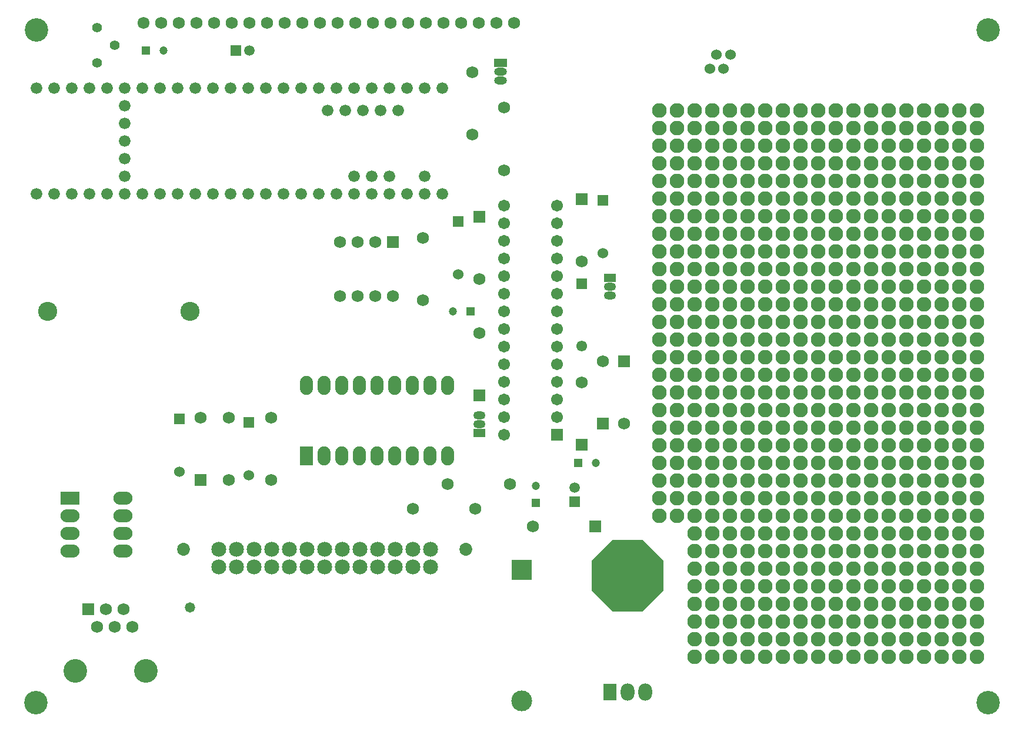
<source format=gts>
G04*
G04 #@! TF.GenerationSoftware,Altium Limited,Altium Designer,21.6.1 (37)*
G04*
G04 Layer_Color=8388736*
%FSAX24Y24*%
%MOIN*%
G70*
G04*
G04 #@! TF.SameCoordinates,F5C88182-2F8C-44A9-A90F-F64FCCDA4292*
G04*
G04*
G04 #@! TF.FilePolarity,Negative*
G04*
G01*
G75*
%ADD22C,0.0848*%
%ADD23C,0.0730*%
%ADD24C,0.0660*%
%ADD25O,0.0674X0.0680*%
%ADD26C,0.0680*%
%ADD27C,0.1080*%
%ADD28C,0.0556*%
%ADD29C,0.0600*%
%ADD30R,0.0780X0.0980*%
%ADD31O,0.0780X0.0980*%
%ADD32C,0.0671*%
%ADD33R,0.0671X0.0671*%
%ADD34R,0.0680X0.0680*%
%ADD35C,0.1340*%
%ADD36R,0.0680X0.0680*%
%ADD37O,0.0730X0.1080*%
%ADD38R,0.0730X0.1080*%
%ADD39O,0.1080X0.0730*%
%ADD40R,0.1080X0.0730*%
%ADD41R,0.1182X0.1182*%
%ADD42C,0.1182*%
%ADD43C,0.0592*%
%ADD44R,0.0592X0.0592*%
%ADD45C,0.0472*%
%ADD46R,0.0472X0.0472*%
%ADD47R,0.0600X0.0600*%
%ADD48R,0.0680X0.0460*%
%ADD49O,0.0680X0.0460*%
%ADD50C,0.0830*%
%ADD51O,0.0730X0.0460*%
%ADD52R,0.0730X0.0460*%
%ADD53R,0.0611X0.0611*%
%ADD54C,0.0611*%
%ADD55R,0.0472X0.0472*%
%ADD56R,0.0592X0.0592*%
%ADD57P,0.4416X8X22.5*%
%ADD58C,0.1330*%
%ADD59C,0.0580*%
G54D22*
X015050Y013100D02*
D03*
X016050D02*
D03*
X018050D02*
D03*
X019050D02*
D03*
X020050D02*
D03*
X021050D02*
D03*
X022050D02*
D03*
X023050D02*
D03*
X024050D02*
D03*
X025050D02*
D03*
X026050D02*
D03*
X027050D02*
D03*
X015050Y012100D02*
D03*
X016050D02*
D03*
X017050D02*
D03*
X018050D02*
D03*
X019050D02*
D03*
X020050D02*
D03*
X021050D02*
D03*
X022050D02*
D03*
X023050D02*
D03*
X024050D02*
D03*
X025050D02*
D03*
X026050D02*
D03*
X027050D02*
D03*
X017050Y013100D02*
D03*
G54D23*
X013050D02*
D03*
X029050D02*
D03*
G54D24*
X021200Y038000D02*
D03*
X022200D02*
D03*
X023200D02*
D03*
X024200D02*
D03*
X025200D02*
D03*
X022700Y034250D02*
D03*
X023700D02*
D03*
X024700D02*
D03*
X026700D02*
D03*
X009700D02*
D03*
Y037250D02*
D03*
Y035250D02*
D03*
Y036250D02*
D03*
Y038250D02*
D03*
X012700Y033250D02*
D03*
X011700D02*
D03*
X010700D02*
D03*
X009700D02*
D03*
X008700D02*
D03*
X007700D02*
D03*
X006700D02*
D03*
X005700D02*
D03*
X004700D02*
D03*
Y039250D02*
D03*
X005700D02*
D03*
X006700D02*
D03*
X007700D02*
D03*
X008700D02*
D03*
X009700D02*
D03*
X010700D02*
D03*
X011700D02*
D03*
X012700D02*
D03*
X013700Y033250D02*
D03*
Y039250D02*
D03*
X027700Y033250D02*
D03*
Y039250D02*
D03*
X026700Y033250D02*
D03*
X025700D02*
D03*
X026700Y039250D02*
D03*
X024700Y033250D02*
D03*
X023700D02*
D03*
X022700D02*
D03*
X021700D02*
D03*
X020700D02*
D03*
X019700D02*
D03*
X018700D02*
D03*
X017700D02*
D03*
X016700D02*
D03*
X015700D02*
D03*
X014700D02*
D03*
Y039250D02*
D03*
X015700D02*
D03*
X016700D02*
D03*
X017700D02*
D03*
X018700D02*
D03*
X019700D02*
D03*
X020700D02*
D03*
X021700D02*
D03*
X022700D02*
D03*
X023700D02*
D03*
X024700D02*
D03*
X025700D02*
D03*
G54D25*
X010787Y042945D02*
D03*
G54D26*
X011787D02*
D03*
X012787D02*
D03*
X013787D02*
D03*
X014787D02*
D03*
X015787D02*
D03*
X016787D02*
D03*
X017787D02*
D03*
X018787D02*
D03*
X019787D02*
D03*
X020787D02*
D03*
X021787D02*
D03*
X022787D02*
D03*
X023787D02*
D03*
X024787D02*
D03*
X025787D02*
D03*
X026787D02*
D03*
X027787D02*
D03*
X028787D02*
D03*
X029787D02*
D03*
X030787D02*
D03*
X031787D02*
D03*
X024900Y027463D02*
D03*
X023900D02*
D03*
X022900D02*
D03*
X021900D02*
D03*
Y030537D02*
D03*
X022900D02*
D03*
X023900D02*
D03*
X010150Y008700D02*
D03*
X009650Y009700D02*
D03*
X008150Y008700D02*
D03*
X008650Y009700D02*
D03*
X009150Y008700D02*
D03*
X029400Y036628D02*
D03*
Y040172D02*
D03*
X035600Y029428D02*
D03*
X029800Y025372D02*
D03*
X014000Y020572D02*
D03*
X038000Y020228D02*
D03*
X036800Y023772D02*
D03*
X035600Y022572D02*
D03*
X032828Y014400D02*
D03*
X029800Y028428D02*
D03*
X015600Y020572D02*
D03*
Y017028D02*
D03*
X018000D02*
D03*
Y020572D02*
D03*
X026600Y027228D02*
D03*
Y030772D02*
D03*
X031200Y038143D02*
D03*
Y034600D02*
D03*
X026028Y015400D02*
D03*
X029572D02*
D03*
X028000Y016800D02*
D03*
X031543D02*
D03*
G54D27*
X005329Y026600D02*
D03*
X013400D02*
D03*
G54D28*
X008150Y042700D02*
D03*
X009150Y041700D02*
D03*
X008150Y040700D02*
D03*
G54D29*
X044040Y041150D02*
D03*
X043650Y040360D02*
D03*
X043250Y041150D02*
D03*
X042860Y040360D02*
D03*
X036800Y029899D02*
D03*
X016743Y017299D02*
D03*
X012800Y017499D02*
D03*
X028600Y028699D02*
D03*
G54D30*
X037200Y005000D02*
D03*
G54D31*
X038200D02*
D03*
X039200D02*
D03*
G54D32*
X031200Y032600D02*
D03*
Y031600D02*
D03*
Y030600D02*
D03*
Y029600D02*
D03*
Y028600D02*
D03*
Y027600D02*
D03*
Y026600D02*
D03*
Y025600D02*
D03*
Y024600D02*
D03*
Y023600D02*
D03*
Y022600D02*
D03*
Y021600D02*
D03*
Y020600D02*
D03*
Y019600D02*
D03*
X034200Y032600D02*
D03*
Y031600D02*
D03*
Y030600D02*
D03*
Y029600D02*
D03*
Y028600D02*
D03*
Y027600D02*
D03*
Y026600D02*
D03*
Y025600D02*
D03*
Y024600D02*
D03*
Y023600D02*
D03*
Y022600D02*
D03*
Y021600D02*
D03*
Y020600D02*
D03*
G54D33*
Y019600D02*
D03*
G54D34*
X024900Y030537D02*
D03*
X035600Y032972D02*
D03*
X029800Y021828D02*
D03*
X014000Y017028D02*
D03*
X038000Y023772D02*
D03*
X036800Y020228D02*
D03*
X035600Y019028D02*
D03*
X029800Y031972D02*
D03*
G54D35*
X006900Y006200D02*
D03*
X010900D02*
D03*
G54D36*
X007650Y009700D02*
D03*
X036372Y014400D02*
D03*
G54D37*
X028000Y022400D02*
D03*
X027000D02*
D03*
X026000D02*
D03*
X025000D02*
D03*
X024000D02*
D03*
X023000D02*
D03*
X022000D02*
D03*
X021000D02*
D03*
X020000D02*
D03*
X028000Y018400D02*
D03*
X027000D02*
D03*
X026000D02*
D03*
X025000D02*
D03*
X024000D02*
D03*
X023000D02*
D03*
X022000D02*
D03*
X021000D02*
D03*
G54D38*
X020000D02*
D03*
G54D39*
X009600Y013000D02*
D03*
Y014000D02*
D03*
Y015000D02*
D03*
Y016000D02*
D03*
X006600Y013000D02*
D03*
Y014000D02*
D03*
Y015000D02*
D03*
G54D40*
Y016000D02*
D03*
G54D41*
X032200Y011909D02*
D03*
G54D42*
Y004491D02*
D03*
G54D43*
X016787Y041400D02*
D03*
X035200Y016594D02*
D03*
G54D44*
X016000Y041400D02*
D03*
G54D45*
X028308Y026600D02*
D03*
X033000Y016692D02*
D03*
X011892Y041400D02*
D03*
X036400Y018000D02*
D03*
G54D46*
X029292Y026600D02*
D03*
X010908Y041400D02*
D03*
X035416Y018000D02*
D03*
G54D47*
X036800Y032901D02*
D03*
X016743Y020301D02*
D03*
X012800Y020501D02*
D03*
X028600Y031701D02*
D03*
G54D48*
X029800Y019700D02*
D03*
X037200Y028500D02*
D03*
G54D49*
X029800Y020200D02*
D03*
Y020700D02*
D03*
X037200Y027500D02*
D03*
Y028000D02*
D03*
G54D50*
X040000Y015000D02*
D03*
Y016000D02*
D03*
Y017000D02*
D03*
Y018000D02*
D03*
Y038000D02*
D03*
Y037000D02*
D03*
Y036000D02*
D03*
Y035000D02*
D03*
Y034000D02*
D03*
Y029000D02*
D03*
Y030000D02*
D03*
Y031000D02*
D03*
Y032000D02*
D03*
Y033000D02*
D03*
Y023000D02*
D03*
Y022000D02*
D03*
Y021000D02*
D03*
Y020000D02*
D03*
Y019000D02*
D03*
Y024000D02*
D03*
Y025000D02*
D03*
Y026000D02*
D03*
Y027000D02*
D03*
Y028000D02*
D03*
X053000Y014000D02*
D03*
X054000D02*
D03*
X055000D02*
D03*
X056000D02*
D03*
X057000D02*
D03*
Y013000D02*
D03*
X056000D02*
D03*
X055000D02*
D03*
X054000D02*
D03*
X053000D02*
D03*
X057000Y012000D02*
D03*
X056000D02*
D03*
X055000D02*
D03*
X054000D02*
D03*
X053000D02*
D03*
X057000Y011000D02*
D03*
X056000D02*
D03*
X055000D02*
D03*
X054000D02*
D03*
X053000D02*
D03*
X057000Y010000D02*
D03*
X056000D02*
D03*
X055000D02*
D03*
X054000D02*
D03*
X053000D02*
D03*
X048000Y014000D02*
D03*
X049000D02*
D03*
X050000D02*
D03*
X051000D02*
D03*
X052000D02*
D03*
Y013000D02*
D03*
X051000D02*
D03*
X050000D02*
D03*
X049000D02*
D03*
X048000D02*
D03*
X052000Y012000D02*
D03*
X051000D02*
D03*
X050000D02*
D03*
X049000D02*
D03*
X048000D02*
D03*
X052000Y011000D02*
D03*
X051000D02*
D03*
X050000D02*
D03*
X049000D02*
D03*
X048000D02*
D03*
X052000Y010000D02*
D03*
X051000D02*
D03*
X050000D02*
D03*
X049000D02*
D03*
X048000D02*
D03*
X043000Y014000D02*
D03*
X044000D02*
D03*
X045000D02*
D03*
X046000D02*
D03*
X047000D02*
D03*
Y013000D02*
D03*
X046000D02*
D03*
X045000D02*
D03*
X044000D02*
D03*
X043000D02*
D03*
X047000Y012000D02*
D03*
X046000D02*
D03*
X045000D02*
D03*
X044000D02*
D03*
X043000D02*
D03*
X047000Y011000D02*
D03*
X046000D02*
D03*
X045000D02*
D03*
X044000D02*
D03*
X043000D02*
D03*
X047000Y010000D02*
D03*
X046000D02*
D03*
X045000D02*
D03*
X044000D02*
D03*
X043000D02*
D03*
X042000D02*
D03*
Y011000D02*
D03*
Y012000D02*
D03*
Y013000D02*
D03*
Y014000D02*
D03*
Y009000D02*
D03*
Y008000D02*
D03*
Y007000D02*
D03*
X043000D02*
D03*
X044000D02*
D03*
X045000D02*
D03*
X046000D02*
D03*
X047000D02*
D03*
X043000Y008000D02*
D03*
X044000D02*
D03*
X045000D02*
D03*
X046000D02*
D03*
X047000D02*
D03*
X043000Y009000D02*
D03*
X044000D02*
D03*
X045000D02*
D03*
X046000D02*
D03*
X047000D02*
D03*
X048000Y007000D02*
D03*
X049000D02*
D03*
X050000D02*
D03*
X051000D02*
D03*
X052000D02*
D03*
X048000Y008000D02*
D03*
X049000D02*
D03*
X050000D02*
D03*
X051000D02*
D03*
X052000D02*
D03*
X048000Y009000D02*
D03*
X049000D02*
D03*
X050000D02*
D03*
X051000D02*
D03*
X052000D02*
D03*
X053000Y007000D02*
D03*
X054000D02*
D03*
X055000D02*
D03*
X056000D02*
D03*
X057000D02*
D03*
X053000Y008000D02*
D03*
X054000D02*
D03*
X055000D02*
D03*
X056000D02*
D03*
X057000D02*
D03*
X053000Y009000D02*
D03*
X054000D02*
D03*
X055000D02*
D03*
X056000D02*
D03*
X057000D02*
D03*
X058000Y007000D02*
D03*
Y008000D02*
D03*
Y009000D02*
D03*
Y014000D02*
D03*
Y013000D02*
D03*
Y012000D02*
D03*
Y011000D02*
D03*
Y010000D02*
D03*
Y028000D02*
D03*
Y027000D02*
D03*
Y026000D02*
D03*
Y025000D02*
D03*
Y024000D02*
D03*
Y019000D02*
D03*
Y020000D02*
D03*
Y021000D02*
D03*
Y022000D02*
D03*
Y023000D02*
D03*
Y033000D02*
D03*
Y032000D02*
D03*
Y031000D02*
D03*
Y030000D02*
D03*
Y029000D02*
D03*
Y034000D02*
D03*
Y035000D02*
D03*
Y036000D02*
D03*
Y037000D02*
D03*
Y038000D02*
D03*
Y018000D02*
D03*
Y017000D02*
D03*
Y016000D02*
D03*
Y015000D02*
D03*
X057000Y018000D02*
D03*
X056000D02*
D03*
X055000D02*
D03*
X054000D02*
D03*
X053000D02*
D03*
X057000Y017000D02*
D03*
X056000D02*
D03*
X055000D02*
D03*
X054000D02*
D03*
X053000D02*
D03*
X057000Y016000D02*
D03*
X056000D02*
D03*
X055000D02*
D03*
X054000D02*
D03*
X053000D02*
D03*
X057000Y015000D02*
D03*
X056000D02*
D03*
X055000D02*
D03*
X054000D02*
D03*
X053000D02*
D03*
X052000Y018000D02*
D03*
X051000D02*
D03*
X050000D02*
D03*
X049000D02*
D03*
X048000D02*
D03*
X052000Y017000D02*
D03*
X051000D02*
D03*
X050000D02*
D03*
X049000D02*
D03*
X048000D02*
D03*
X052000Y016000D02*
D03*
X051000D02*
D03*
X050000D02*
D03*
X049000D02*
D03*
X048000D02*
D03*
X052000Y015000D02*
D03*
X051000D02*
D03*
X050000D02*
D03*
X049000D02*
D03*
X048000D02*
D03*
X047000Y018000D02*
D03*
X046000D02*
D03*
X045000D02*
D03*
X044000D02*
D03*
X043000D02*
D03*
X047000Y017000D02*
D03*
X046000D02*
D03*
X045000D02*
D03*
X044000D02*
D03*
X043000D02*
D03*
X047000Y016000D02*
D03*
X046000D02*
D03*
X045000D02*
D03*
X044000D02*
D03*
X043000D02*
D03*
X047000Y015000D02*
D03*
X046000D02*
D03*
X045000D02*
D03*
X044000D02*
D03*
X043000D02*
D03*
X041000D02*
D03*
X042000D02*
D03*
X041000Y016000D02*
D03*
X042000D02*
D03*
X041000Y017000D02*
D03*
X042000D02*
D03*
X041000Y018000D02*
D03*
X042000D02*
D03*
X041000Y038000D02*
D03*
X042000D02*
D03*
Y037000D02*
D03*
X041000D02*
D03*
X042000Y036000D02*
D03*
X041000D02*
D03*
X042000Y035000D02*
D03*
X041000D02*
D03*
X042000Y034000D02*
D03*
X041000D02*
D03*
Y029000D02*
D03*
X042000D02*
D03*
X041000Y030000D02*
D03*
X042000D02*
D03*
X041000Y031000D02*
D03*
X042000D02*
D03*
X041000Y032000D02*
D03*
X042000D02*
D03*
Y033000D02*
D03*
X041000D02*
D03*
Y023000D02*
D03*
X042000D02*
D03*
Y022000D02*
D03*
X041000D02*
D03*
X042000Y021000D02*
D03*
X041000D02*
D03*
X042000Y020000D02*
D03*
X041000D02*
D03*
X042000Y019000D02*
D03*
X041000D02*
D03*
Y024000D02*
D03*
X042000D02*
D03*
X041000Y025000D02*
D03*
X042000D02*
D03*
X041000Y026000D02*
D03*
X042000D02*
D03*
X041000Y027000D02*
D03*
X042000D02*
D03*
Y028000D02*
D03*
X041000D02*
D03*
X057000Y027000D02*
D03*
X043000Y028000D02*
D03*
X044000D02*
D03*
X045000D02*
D03*
X046000D02*
D03*
X047000D02*
D03*
Y027000D02*
D03*
X046000D02*
D03*
X045000D02*
D03*
X044000D02*
D03*
X043000D02*
D03*
X047000Y026000D02*
D03*
X046000D02*
D03*
X045000D02*
D03*
X044000D02*
D03*
X043000D02*
D03*
X047000Y025000D02*
D03*
X046000D02*
D03*
X045000D02*
D03*
X044000D02*
D03*
X043000D02*
D03*
X047000Y024000D02*
D03*
X046000D02*
D03*
X045000D02*
D03*
X044000D02*
D03*
X043000D02*
D03*
X048000D02*
D03*
X049000D02*
D03*
X050000D02*
D03*
X051000D02*
D03*
X052000D02*
D03*
X048000Y025000D02*
D03*
X049000D02*
D03*
X050000D02*
D03*
X051000D02*
D03*
X052000D02*
D03*
X048000Y026000D02*
D03*
X049000D02*
D03*
X050000D02*
D03*
X051000D02*
D03*
X052000D02*
D03*
X048000Y027000D02*
D03*
X049000D02*
D03*
X050000D02*
D03*
X051000D02*
D03*
X052000D02*
D03*
Y028000D02*
D03*
X051000D02*
D03*
X050000D02*
D03*
X049000D02*
D03*
X048000D02*
D03*
X043000Y019000D02*
D03*
X044000D02*
D03*
X045000D02*
D03*
X046000D02*
D03*
X047000D02*
D03*
X043000Y020000D02*
D03*
X044000D02*
D03*
X045000D02*
D03*
X046000D02*
D03*
X047000D02*
D03*
X043000Y021000D02*
D03*
X044000D02*
D03*
X045000D02*
D03*
X046000D02*
D03*
X047000D02*
D03*
X043000Y022000D02*
D03*
X044000D02*
D03*
X045000D02*
D03*
X046000D02*
D03*
X047000D02*
D03*
Y023000D02*
D03*
X046000D02*
D03*
X045000D02*
D03*
X044000D02*
D03*
X043000D02*
D03*
X048000Y019000D02*
D03*
X049000D02*
D03*
X050000D02*
D03*
X051000D02*
D03*
X052000D02*
D03*
X048000Y020000D02*
D03*
X049000D02*
D03*
X050000D02*
D03*
X051000D02*
D03*
X052000D02*
D03*
X048000Y021000D02*
D03*
X049000D02*
D03*
X050000D02*
D03*
X051000D02*
D03*
X052000D02*
D03*
X048000Y022000D02*
D03*
X049000D02*
D03*
X050000D02*
D03*
X051000D02*
D03*
X052000D02*
D03*
Y023000D02*
D03*
X051000D02*
D03*
X050000D02*
D03*
X049000D02*
D03*
X048000D02*
D03*
X053000Y024000D02*
D03*
X054000D02*
D03*
X055000D02*
D03*
X056000D02*
D03*
X057000D02*
D03*
X053000Y025000D02*
D03*
X054000D02*
D03*
X055000D02*
D03*
X056000D02*
D03*
X057000D02*
D03*
X053000Y026000D02*
D03*
X054000D02*
D03*
X055000D02*
D03*
X056000D02*
D03*
X057000D02*
D03*
X053000Y027000D02*
D03*
X054000D02*
D03*
X055000D02*
D03*
X056000D02*
D03*
X057000Y028000D02*
D03*
X056000D02*
D03*
X055000D02*
D03*
X054000D02*
D03*
X053000D02*
D03*
Y019000D02*
D03*
X054000D02*
D03*
X055000D02*
D03*
X056000D02*
D03*
X057000D02*
D03*
X053000Y020000D02*
D03*
X054000D02*
D03*
X055000D02*
D03*
X056000D02*
D03*
X057000D02*
D03*
X053000Y021000D02*
D03*
X054000D02*
D03*
X055000D02*
D03*
X056000D02*
D03*
X057000D02*
D03*
X053000Y022000D02*
D03*
X054000D02*
D03*
X055000D02*
D03*
X056000D02*
D03*
X057000D02*
D03*
Y023000D02*
D03*
X056000D02*
D03*
X055000D02*
D03*
X054000D02*
D03*
X053000D02*
D03*
Y033000D02*
D03*
X054000D02*
D03*
X055000D02*
D03*
X056000D02*
D03*
X057000D02*
D03*
Y032000D02*
D03*
X056000D02*
D03*
X055000D02*
D03*
X054000D02*
D03*
X053000D02*
D03*
X057000Y031000D02*
D03*
X056000D02*
D03*
X055000D02*
D03*
X054000D02*
D03*
X053000D02*
D03*
X057000Y030000D02*
D03*
X056000D02*
D03*
X055000D02*
D03*
X054000D02*
D03*
X053000D02*
D03*
X057000Y029000D02*
D03*
X056000D02*
D03*
X055000D02*
D03*
X054000D02*
D03*
X053000D02*
D03*
Y038000D02*
D03*
X054000D02*
D03*
X055000D02*
D03*
X056000D02*
D03*
X057000D02*
D03*
Y037000D02*
D03*
X056000D02*
D03*
X055000D02*
D03*
X054000D02*
D03*
X053000D02*
D03*
X057000Y036000D02*
D03*
X056000D02*
D03*
X055000D02*
D03*
X054000D02*
D03*
X053000D02*
D03*
X057000Y035000D02*
D03*
X056000D02*
D03*
X055000D02*
D03*
X054000D02*
D03*
X053000D02*
D03*
X057000Y034000D02*
D03*
X056000D02*
D03*
X055000D02*
D03*
X054000D02*
D03*
X053000D02*
D03*
X048000Y033000D02*
D03*
X049000D02*
D03*
X050000D02*
D03*
X051000D02*
D03*
X052000D02*
D03*
Y032000D02*
D03*
X051000D02*
D03*
X050000D02*
D03*
X049000D02*
D03*
X048000D02*
D03*
X052000Y031000D02*
D03*
X051000D02*
D03*
X050000D02*
D03*
X049000D02*
D03*
X048000D02*
D03*
X052000Y030000D02*
D03*
X051000D02*
D03*
X050000D02*
D03*
X049000D02*
D03*
X048000D02*
D03*
X052000Y029000D02*
D03*
X051000D02*
D03*
X050000D02*
D03*
X049000D02*
D03*
X048000D02*
D03*
X043000Y033000D02*
D03*
X044000D02*
D03*
X045000D02*
D03*
X046000D02*
D03*
X047000D02*
D03*
Y032000D02*
D03*
X046000D02*
D03*
X045000D02*
D03*
X044000D02*
D03*
X043000D02*
D03*
X047000Y031000D02*
D03*
X046000D02*
D03*
X045000D02*
D03*
X044000D02*
D03*
X043000D02*
D03*
X047000Y030000D02*
D03*
X046000D02*
D03*
X045000D02*
D03*
X044000D02*
D03*
X043000D02*
D03*
X047000Y029000D02*
D03*
X046000D02*
D03*
X045000D02*
D03*
X044000D02*
D03*
X043000D02*
D03*
X048000Y038000D02*
D03*
X049000D02*
D03*
X050000D02*
D03*
X051000D02*
D03*
X052000D02*
D03*
Y037000D02*
D03*
X051000D02*
D03*
X050000D02*
D03*
X049000D02*
D03*
X048000D02*
D03*
X052000Y036000D02*
D03*
X051000D02*
D03*
X050000D02*
D03*
X049000D02*
D03*
X048000D02*
D03*
X052000Y035000D02*
D03*
X051000D02*
D03*
X050000D02*
D03*
X049000D02*
D03*
X048000D02*
D03*
X052000Y034000D02*
D03*
X051000D02*
D03*
X050000D02*
D03*
X049000D02*
D03*
X048000D02*
D03*
X043000D02*
D03*
X044000D02*
D03*
X045000D02*
D03*
X046000D02*
D03*
X047000D02*
D03*
X043000Y035000D02*
D03*
X044000D02*
D03*
X045000D02*
D03*
X046000D02*
D03*
X047000D02*
D03*
X043000Y036000D02*
D03*
X044000D02*
D03*
X045000D02*
D03*
X046000D02*
D03*
X047000D02*
D03*
X043000Y037000D02*
D03*
X044000D02*
D03*
X045000D02*
D03*
X046000D02*
D03*
X047000D02*
D03*
Y038000D02*
D03*
X046000D02*
D03*
X045000D02*
D03*
X044000D02*
D03*
X043000D02*
D03*
G54D51*
X031000Y039700D02*
D03*
Y040200D02*
D03*
G54D52*
Y040700D02*
D03*
G54D53*
X035600Y028172D02*
D03*
G54D54*
Y024628D02*
D03*
G54D55*
X033000Y015708D02*
D03*
G54D56*
X035200Y015806D02*
D03*
G54D57*
X038200Y011600D02*
D03*
G54D58*
X058622Y042567D02*
D03*
X004700Y042550D02*
D03*
X004685Y004378D02*
D03*
X058622D02*
D03*
G54D59*
X013400Y009800D02*
D03*
M02*

</source>
